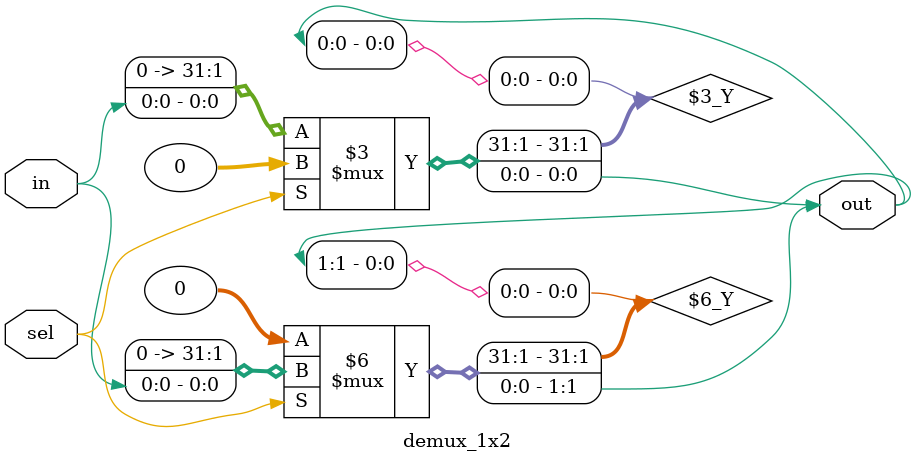
<source format=v>
module demux_1x512 (
    in,
    sel,
    out
);
  input in;
  input [8:0] sel;
  output [511:0] out;
  wire [1:0] out_w;

  demux_1x2 d512_0 (
      .in (in),
      .sel(sel[8]),
      .out(out_w[1:0])
  );
  demux_1x256 d512_1 (
      .in (out_w[0]),
      .sel(sel[7:0]),
      .out(out[255:0])
  );
  demux_1x256 d512_2 (
      .in (out_w[1]),
      .sel(sel[7:0]),
      .out(out[511:256])
  );

endmodule

module demux_1x256 (
    in,
    sel,
    out
);
  input in;
  input [7:0] sel;
  output [255:0] out;
  wire [1:0] out_w;

  demux_1x2 d256_0 (
      .in (in),
      .sel(sel[7]),
      .out(out_w[1:0])
  );
  demux_1x128 d256_1 (
      .in (out_w[0]),
      .sel(sel[6:0]),
      .out(out[127:0])
  );
  demux_1x128 d256_2 (
      .in (out_w[1]),
      .sel(sel[6:0]),
      .out(out[255:128])
  );

endmodule

module demux_1x128 (
    in,
    sel,
    out
);
  input in;
  input [6:0] sel;
  output [127:0] out;
  wire [1:0] out_w;

  demux_1x2 d128_0 (
      .in (in),
      .sel(sel[6]),
      .out(out_w[1:0])
  );
  demux_1x64 d128_1 (
      .in (out_w[0]),
      .sel(sel[5:0]),
      .out(out[63:0])
  );
  demux_1x64 d128_2 (
      .in (out_w[1]),
      .sel(sel[5:0]),
      .out(out[127:64])
  );

endmodule

module demux_1x64 (
    in,
    sel,
    out
);
  input in;
  input [5:0] sel;
  output [63:0] out;
  wire [1:0] out_w;

  demux_1x2 d64_0 (
      .in (in),
      .sel(sel[5]),
      .out(out_w[1:0])
  );
  demux_1x32 d64_1 (
      .in (out_w[0]),
      .sel(sel[4:0]),
      .out(out[31:0])
  );
  demux_1x32 d64_2 (
      .in (out_w[1]),
      .sel(sel[4:0]),
      .out(out[63:32])
  );

endmodule

module demux_1x32 (
    in,
    sel,
    out
);
  input in;
  input [4:0] sel;
  output [31:0] out;
  wire [1:0] out_w;

  demux_1x2 d32_0 (
      .in (in),
      .sel(sel[4]),
      .out(out_w[1:0])
  );
  demux_1x16 d32_1 (
      .in (out_w[0]),
      .sel(sel[3:0]),
      .out(out[15:0])
  );
  demux_1x16 d32_2 (
      .in (out_w[1]),
      .sel(sel[3:0]),
      .out(out[31:16])
  );

endmodule


module demux_1x16 (
    in,
    sel,
    out
);
  input in;
  input [3:0] sel;
  output [15:0] out;
  wire [1:0] out_w;

  demux_1x2 d16_0 (
      .in (in),
      .sel(sel[3]),
      .out(out_w[1:0])
  );
  demux_1x8 d16_1 (
      .in (out_w[0]),
      .sel(sel[2:0]),
      .out(out[7:0])
  );
  demux_1x8 d16_2 (
      .in (out_w[1]),
      .sel(sel[2:0]),
      .out(out[15:8])
  );

endmodule

module demux_1x8 (
    in,
    sel,
    out
);
  input in;
  input [2:0] sel;
  output [7:0] out;
  wire [1:0] out_w;

  demux_1x2 d8_0 (
      .in (in),
      .sel(sel[2]),
      .out(out_w[1:0])
  );
  demux_1x4 d8_1 (
      .in (out_w[0]),
      .sel(sel[1:0]),
      .out(out[3:0])
  );
  demux_1x4 d8_2 (
      .in (out_w[1]),
      .sel(sel[1:0]),
      .out(out[7:4])
  );

endmodule

module demux_1x4 (
    in,
    sel,
    out
);
  input in;
  input [1:0] sel;
  output [3:0] out;
  wire [1:0] out_w;

  demux_1x2 d4_0 (
      .in (in),
      .sel(sel[1]),
      .out(out_w)
  );
  demux_1x2 d4_1 (
      .in (out_w[0]),
      .sel(sel[0]),
      .out(out[1:0])
  );
  demux_1x2 d4_2 (
      .in (out_w[1]),
      .sel(sel[0]),
      .out(out[3:2])
  );


endmodule

module demux_1x2 (
    in,
    sel,
    out
);
  input in, sel;
  output [1:0] out;

  assign out[0] = (sel == 0) ? in : 0;
  assign out[1] = (sel == 1) ? in : 0;

endmodule

</source>
